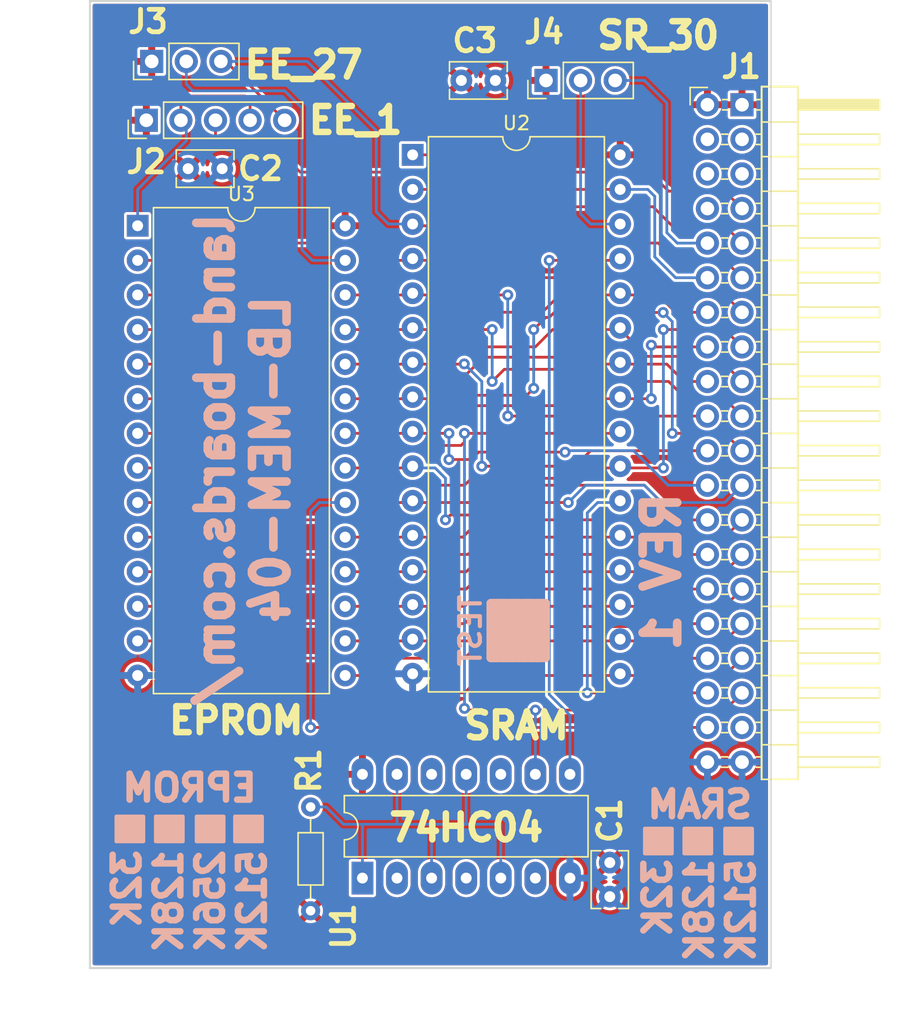
<source format=kicad_pcb>
(kicad_pcb (version 20211014) (generator pcbnew)
  (title_block (title "LB-MEM-02") (date "2022-10-06") (rev "2") (company "land-boards.com"))
  (layers (0 "F.Cu" signal) (31 "B.Cu" signal) (34 "B.Paste" user) (35 "F.Paste" user) (36 "B.SilkS" user "B.Silkscreen") (37 "F.SilkS" user "F.Silkscreen") (38 "B.Mask" user) (39 "F.Mask" user) (44 "Edge.Cuts" user))
  (net 0 "")
  (net 1 "GND")
  (net 2 "/CPUA11")
  (net 3 "/CPUA12")
  (net 4 "/CPUA13")
  (net 5 "/CPUA14")
  (net 6 "/CPUA15")
  (net 7 "/CPUD4")
  (net 8 "/CPUD3")
  (net 9 "/CPUD5")
  (net 10 "/CPUD6")
  (net 11 "/CPUA0")
  (net 12 "/CPUA1")
  (net 13 "/CPUD2")
  (net 14 "/CPUA2")
  (net 15 "/CPUD7")
  (net 16 "/CPUA3")
  (net 17 "/CPUD0")
  (net 18 "/CPUA4")
  (net 19 "/CPUD1")
  (net 20 "/CPUA5")
  (net 21 "/CPUA6")
  (net 22 "/CPUA7")
  (net 23 "/CPUA8")
  (net 24 "/CPUA9")
  (net 25 "/CPUA10")
  (net 26 "/CPUA18")
  (net 27 "/CPUA16")
  (net 28 "/CPUA17")
  (net 29 "/~{MEMRD}")
  (net 30 "/~{MEMWR}")
  (net 31 "/CPUA22")
  (net 32 "/CPUA23")
  (net 33 "/CPUA20")
  (net 34 "/CPUA21")
  (net 35 "/CPUA19")
  (net 36 "VCC")
  (net 37 "/~{IOCS}")
  (net 38 "/~{RAMCS}")
  (net 39 "/~{ROMCS}")
  (net 40 "/EE_PIN27")
  (net 41 "/EE_PIN1")
  (net 42 "Net-(R1-Pad2)")
  (net 48 "/SRAM_P30")
  (footprint "Package_DIP:DIP-32_W15.24mm" (layer "F.Cu") (at 155.702 58.293)
    (fp_text reference "U2")
    (fp_text value "AS6C4008-55PCN")
  )
  (footprint "LandBoards_Conns:PinHeader_2x20_P2.54mm_Horizontal-FLIPPED" (layer "F.Cu") (at 177.35 54.615)
    (fp_text reference "J1")
    (fp_text value "Conn_02x20_Odd_Even")
  )
  (footprint "Package_DIP:DIP-14_W7.62mm_LongPads" (layer "F.Cu") (at 152.013996 111.394011 90)
    (fp_text reference "U1")
    (fp_text value "74HC04")
  )
  (footprint "Package_DIP:DIP-28_W15.24mm" (layer "F.Cu") (at 135.506993 63.5)
    (fp_text reference "U3")
    (fp_text value "27C512")
  )
  (footprint "LandBoards_Marking:TEST_BLK-REAR" (layer "F.Cu") (at 163.449 93.218 90)
    (fp_text reference "TEST")
    (fp_text value "COUPON" hide)
  )
  (footprint "Capacitor_THT:C_Rect_L4.0mm_W2.5mm_P2.50mm" (layer "F.Cu") (at 170.18 112.75601 90)
    (fp_text reference "C1")
    (fp_text value "0.1uF")
  )
  (footprint "Capacitor_THT:C_Rect_L4.0mm_W2.5mm_P2.50mm" (layer "F.Cu") (at 141.71201 59.309 180)
    (fp_text reference "C2")
    (fp_text value "0.1uF")
  )
  (footprint "Connector_PinHeader_2.54mm:PinHeader_1x05_P2.54mm_Vertical" (layer "F.Cu") (at 136.144 55.753 90)
    (fp_text reference "J2")
    (fp_text value "JUMPER")
  )
  (footprint "Connector_PinHeader_2.54mm:PinHeader_1x03_P2.54mm_Vertical" (layer "F.Cu") (at 165.496011 52.832 90)
    (fp_text reference "J4")
    (fp_text value "JUMPER")
  )
  (footprint "Connector_PinHeader_2.54mm:PinHeader_1x03_P2.54mm_Vertical" (layer "F.Cu") (at 136.54 51.435 90)
    (fp_text reference "J3")
    (fp_text value "JUMPER")
  )
  (footprint "Resistor_THT:R_Axial_DIN0204_L3.6mm_D1.6mm_P7.62mm_Horizontal" (layer "F.Cu") (at 148.209 113.792 90)
    (fp_text reference "R1")
    (fp_text value "2.7K")
  )
  (footprint "Capacitor_THT:C_Rect_L4.0mm_W2.5mm_P2.50mm" (layer "F.Cu") (at 161.778 52.832 180)
    (fp_text reference "C3")
    (fp_text value "0.1uF")
  )
  (gr_rect (start 132 47) (end 182 118) (layer "Edge.Cuts") (width 0.15) (fill none))
  (gr_text "REV 1" (at 173.99 88.9 90) (layer "B.SilkS") (effects (font (size 2.54 2.54) (thickness 0.635)) (justify mirror)))
  (gr_text "land-boards.com/\nLB-MEM-04" (at 143.256 80.645 90) (layer "B.SilkS") (effects (font (size 2.54 2.54) (thickness 0.635)) (justify mirror)))
  (gr_text "SRAM" (at 176.784 105.9942) (layer "B.SilkS") (effects (font (size 1.905 1.905) (thickness 0.47625)) (justify mirror)))
  (gr_text "32K\n128K\n512K" (at 176.7586 109.7534 90) (layer "B.SilkS") (effects (font (size 1.905 1.905) (thickness 0.47625)) (justify left mirror)))
  (gr_text "EPROM" (at 139.319 104.775) (layer "B.SilkS") (effects (font (size 1.905 1.905) (thickness 0.47625)) (justify mirror)))
  (gr_text "32K\n128K\n256K\n512K" (at 139.319 109.093 90) (layer "B.SilkS") (effects (font (size 1.905 1.905) (thickness 0.47625)) (justify left mirror)))
  (gr_text "SR_30" (at 173.736 49.53) (layer "F.SilkS") (effects (font (size 1.905 1.905) (thickness 0.47625))))
  (gr_text "74HC04" (at 159.639 107.696) (layer "F.SilkS") (effects (font (size 1.905 1.905) (thickness 0.47625))))
  (gr_text "EPROM" (at 142.748 99.822) (layer "F.SilkS") (effects (font (size 1.905 1.905) (thickness 0.47625))))
  (gr_text "EE_1" (at 151.511 55.753) (layer "F.SilkS") (effects (font (size 1.905 1.905) (thickness 0.47625))))
  (gr_text "SRAM" (at 163.322 100.203) (layer "F.SilkS") (effects (font (size 1.905 1.905) (thickness 0.47625))))
  (gr_text "EE_27" (at 147.701 51.689) (layer "F.SilkS") (effects (font (size 1.905 1.905) (thickness 0.47625))))
  (segment (start 135.507 96.52) (end 139.832 96.52) (width 0.2032) (layer "F.Cu") (net 1))
  (segment (start 141.102 95.25) (end 152.532 95.25) (width 0.2032) (layer "F.Cu") (net 1))
  (segment (start 139.832 96.52) (end 141.102 95.25) (width 0.2032) (layer "F.Cu") (net 1))
  (segment (start 153.802 96.52) (end 155.702 96.52) (width 0.2032) (layer "F.Cu") (net 1))
  (segment (start 152.532 95.25) (end 153.802 96.52) (width 0.2032) (layer "F.Cu") (net 1))
  (segment (start 173.36 72.395) (end 173.228 72.263) (width 0.2032) (layer "F.Cu") (net 2))
  (segment (start 153.802 77.47) (end 152.532 76.2) (width 0.2032) (layer "F.Cu") (net 2))
  (segment (start 159.517 77.47) (end 153.802 77.47) (width 0.2032) (layer "F.Cu") (net 2))
  (segment (start 152.532 76.2) (end 150.747 76.2) (width 0.2032) (layer "F.Cu") (net 2))
  (segment (start 160.279 76.708) (end 159.517 77.47) (width 0.2032) (layer "F.Cu") (net 2))
  (segment (start 170.942 76.2) (end 167.513 76.2) (width 0.2032) (layer "F.Cu") (net 2))
  (segment (start 167.513 76.2) (end 167.005 76.708) (width 0.2032) (layer "F.Cu") (net 2))
  (segment (start 167.005 76.708) (end 160.279 76.708) (width 0.2032) (layer "F.Cu") (net 2))
  (segment (start 173.228 76.2) (end 170.942 76.2) (width 0.2032) (layer "F.Cu") (net 2))
  (segment (start 177.35 72.395) (end 173.36 72.395) (width 0.2032) (layer "F.Cu") (net 2))
  (via (at 173.228 72.263) (size 0.8) (drill 0.4) (layers "F.Cu" "B.Cu") (net 2))
  (via (at 173.228 76.2) (size 0.8) (drill 0.4) (layers "F.Cu" "B.Cu") (net 2))
  (segment (start 173.228 72.263) (end 173.228 76.2) (width 0.2032) (layer "B.Cu") (net 2))
  (segment (start 159.639 66.04) (end 155.702 66.04) (width 0.2032) (layer "F.Cu") (net 3))
  (segment (start 152.532 64.77) (end 153.802 66.04) (width 0.2032) (layer "F.Cu") (net 3))
  (segment (start 179.89 69.855) (end 178.615 68.58) (width 0.2032) (layer "F.Cu") (net 3))
  (segment (start 139.832 66.04) (end 141.102 64.77) (width 0.2032) (layer "F.Cu") (net 3))
  (segment (start 174.117 67.437) (end 174.117 67.31) (width 0.2032) (layer "F.Cu") (net 3))
  (segment (start 135.507 66.04) (end 139.832 66.04) (width 0.2032) (layer "F.Cu") (net 3))
  (segment (start 160.909 67.31) (end 159.639 66.04) (width 0.2032) (layer "F.Cu") (net 3))
  (segment (start 174.117 67.31) (end 160.909 67.31) (width 0.2032) (layer "F.Cu") (net 3))
  (segment (start 141.102 64.77) (end 152.532 64.77) (width 0.2032) (layer "F.Cu") (net 3))
  (segment (start 175.26 68.58) (end 174.117 67.437) (width 0.2032) (layer "F.Cu") (net 3))
  (segment (start 178.615 68.58) (end 175.26 68.58) (width 0.2032) (layer "F.Cu") (net 3))
  (segment (start 153.802 66.04) (end 155.702 66.04) (width 0.2032) (layer "F.Cu") (net 3))
  (segment (start 150.747 68.58) (end 152.532 68.58) (width 0.2032) (layer "F.Cu") (net 4))
  (segment (start 170.942 68.58) (end 173.736 68.58) (width 0.2032) (layer "F.Cu") (net 4))
  (segment (start 177.35 69.855) (end 175.011 69.855) (width 0.2032) (layer "F.Cu") (net 4))
  (segment (start 152.532 68.58) (end 153.802 69.85) (width 0.2032) (layer "F.Cu") (net 4))
  (segment (start 165.227 69.85) (end 166.497 68.58) (width 0.2032) (layer "F.Cu") (net 4))
  (segment (start 175.011 69.855) (end 173.736 68.58) (width 0.2032) (layer "F.Cu") (net 4))
  (segment (start 153.802 69.85) (end 165.227 69.85) (width 0.2032) (layer "F.Cu") (net 4))
  (segment (start 166.497 68.58) (end 170.942 68.58) (width 0.2032) (layer "F.Cu") (net 4))
  (segment (start 141.986 51.435) (end 141.62 51.435) (width 0.2032) (layer "F.Cu") (net 5))
  (segment (start 175.006 66.04) (end 173.736 64.77) (width 0.2032) (layer "F.Cu") (net 5))
  (segment (start 178.615 66.04) (end 175.006 66.04) (width 0.2032) (layer "F.Cu") (net 5))
  (segment (start 160.909 64.77) (end 159.639 63.5) (width 0.2032) (layer "F.Cu") (net 5))
  (segment (start 146.304 55.753) (end 141.986 51.435) (width 0.2032) (layer "F.Cu") (net 5))
  (segment (start 159.639 63.5) (end 155.702 63.5) (width 0.2032) (layer "F.Cu") (net 5))
  (segment (start 173.736 64.77) (end 160.909 64.77) (width 0.2032) (layer "F.Cu") (net 5))
  (segment (start 179.89 67.315) (end 178.615 66.04) (width 0.2032) (layer "F.Cu") (net 5))
  (segment (start 147.955 51.435) (end 153.035 56.515) (width 0.2032) (layer "B.Cu") (net 5))
  (segment (start 141.62 51.435) (end 147.955 51.435) (width 0.2032) (layer "B.Cu") (net 5))
  (segment (start 153.035 62.484) (end 153.924 63.373) (width 0.2032) (layer "B.Cu") (net 5))
  (segment (start 153.035 56.515) (end 153.035 62.484) (width 0.2032) (layer "B.Cu") (net 5))
  (segment (start 153.924 63.373) (end 155.702 63.373) (width 0.2032) (layer "B.Cu") (net 5))
  (segment (start 145.161 57.277) (end 141.478 57.277) (width 0.2032) (layer "F.Cu") (net 6))
  (segment (start 141.478 57.277) (end 141.224 57.023) (width 0.2032) (layer "F.Cu") (net 6))
  (segment (start 141.224 57.023) (end 141.224 55.753) (width 0.2032) (layer "F.Cu") (net 6))
  (segment (start 159.766 59.563) (end 147.447 59.563) (width 0.2032) (layer "F.Cu") (net 6))
  (segment (start 170.942 60.833) (end 161.036 60.833) (width 0.2032) (layer "F.Cu") (net 6))
  (segment (start 147.447 59.563) (end 145.161 57.277) (width 0.2032) (layer "F.Cu") (net 6))
  (segment (start 161.036 60.833) (end 159.766 59.563) (width 0.2032) (layer "F.Cu") (net 6))
  (segment (start 175.011 67.315) (end 173.482 65.786) (width 0.2032) (layer "B.Cu") (net 6))
  (segment (start 173.482 65.786) (end 173.482 61.341) (width 0.2032) (layer "B.Cu") (net 6))
  (segment (start 177.35 67.315) (end 175.011 67.315) (width 0.2032) (layer "B.Cu") (net 6))
  (segment (start 173.482 61.341) (end 172.974 60.833) (width 0.2032) (layer "B.Cu") (net 6))
  (segment (start 172.974 60.833) (end 170.942 60.833) (width 0.2032) (layer "B.Cu") (net 6))
  (segment (start 173.355 94.107) (end 173.355 93.98) (width 0.2032) (layer "F.Cu") (net 7))
  (segment (start 150.747 93.98) (end 152.532 93.98) (width 0.2032) (layer "F.Cu") (net 7))
  (segment (start 177.35 95.255) (end 174.503 95.255) (width 0.2032) (layer "F.Cu") (net 7))
  (segment (start 152.532 93.98) (end 153.802 95.25) (width 0.2032) (layer "F.Cu") (net 7))
  (segment (start 160.787 93.98) (end 170.942 93.98) (width 0.2032) (layer "F.Cu") (net 7))
  (segment (start 170.942 93.98) (end 173.355 93.98) (width 0.2032) (layer "F.Cu") (net 7))
  (segment (start 174.503 95.255) (end 173.355 94.107) (width 0.2032) (layer "F.Cu") (net 7))
  (segment (start 153.802 95.25) (end 159.517 95.25) (width 0.2032) (layer "F.Cu") (net 7))
  (segment (start 159.517 95.25) (end 160.787 93.98) (width 0.2032) (layer "F.Cu") (net 7))
  (segment (start 152.532 96.52) (end 153.802 97.79) (width 0.2032) (layer "F.Cu") (net 8))
  (segment (start 159.517 97.79) (end 160.787 96.52) (width 0.2032) (layer "F.Cu") (net 8))
  (segment (start 160.787 96.52) (end 170.942 96.52) (width 0.2032) (layer "F.Cu") (net 8))
  (segment (start 178.625 96.52) (end 179.89 95.255) (width 0.2032) (layer "F.Cu") (net 8))
  (segment (start 153.802 97.79) (end 159.517 97.79) (width 0.2032) (layer "F.Cu") (net 8))
  (segment (start 170.942 96.52) (end 178.625 96.52) (width 0.2032) (layer "F.Cu") (net 8))
  (segment (start 150.747 96.52) (end 152.532 96.52) (width 0.2032) (layer "F.Cu") (net 8))
  (segment (start 160.787 91.44) (end 170.942 91.44) (width 0.2032) (layer "F.Cu") (net 9))
  (segment (start 174.63 92.715) (end 173.355 91.44) (width 0.2032) (layer "F.Cu") (net 9))
  (segment (start 152.532 91.44) (end 153.802 92.71) (width 0.2032) (layer "F.Cu") (net 9))
  (segment (start 153.802 92.71) (end 159.517 92.71) (width 0.2032) (layer "F.Cu") (net 9))
  (segment (start 177.35 92.715) (end 174.63 92.715) (width 0.2032) (layer "F.Cu") (net 9))
  (segment (start 159.517 92.71) (end 160.787 91.44) (width 0.2032) (layer "F.Cu") (net 9))
  (segment (start 150.747 91.44) (end 152.532 91.44) (width 0.2032) (layer "F.Cu") (net 9))
  (segment (start 170.942 91.44) (end 173.355 91.44) (width 0.2032) (layer "F.Cu") (net 9))
  (segment (start 174.376 90.175) (end 173.101 88.9) (width 0.2032) (layer "F.Cu") (net 10))
  (segment (start 160.909 88.9) (end 159.639 90.17) (width 0.2032) (layer "F.Cu") (net 10))
  (segment (start 170.942 88.9) (end 173.101 88.9) (width 0.2032) (layer "F.Cu") (net 10))
  (segment (start 170.942 88.9) (end 160.909 88.9) (width 0.2032) (layer "F.Cu") (net 10))
  (segment (start 177.35 90.175) (end 174.376 90.175) (width 0.2032) (layer "F.Cu") (net 10))
  (segment (start 152.527 88.9) (end 153.797 90.17) (width 0.2032) (layer "F.Cu") (net 10))
  (segment (start 150.747 88.9) (end 152.527 88.9) (width 0.2032) (layer "F.Cu") (net 10))
  (segment (start 153.797 90.17) (end 159.639 90.17) (width 0.2032) (layer "F.Cu") (net 10))
  (segment (start 173.355 85.09) (end 160.655 85.09) (width 0.2032) (layer "F.Cu") (net 11))
  (segment (start 153.802 86.36) (end 155.702 86.36) (width 0.2032) (layer "F.Cu") (net 11))
  (segment (start 152.532 85.09) (end 153.802 86.36) (width 0.2032) (layer "F.Cu") (net 11))
  (segment (start 178.625 86.36) (end 174.625 86.36) (width 0.2032) (layer "F.Cu") (net 11))
  (segment (start 174.625 86.36) (end 173.355 85.09) (width 0.2032) (layer "F.Cu") (net 11))
  (segment (start 141.102 85.09) (end 152.532 85.09) (width 0.2032) (layer "F.Cu") (net 11))
  (segment (start 159.385 86.36) (end 155.702 86.36) (width 0.2032) (layer "F.Cu") (net 11))
  (segment (start 179.89 85.095) (end 178.625 86.36) (width 0.2032) (layer "F.Cu") (net 11))
  (segment (start 135.507 86.36) (end 139.832 86.36) (width 0.2032) (layer "F.Cu") (net 11))
  (segment (start 160.655 85.09) (end 159.385 86.36) (width 0.2032) (layer "F.Cu") (net 11))
  (segment (start 139.832 86.36) (end 141.102 85.09) (width 0.2032) (layer "F.Cu") (net 11))
  (segment (start 177.35 85.095) (end 175.265 85.095) (width 0.2032) (layer "F.Cu") (net 12))
  (segment (start 175.265 85.095) (end 172.72 82.55) (width 0.2032) (layer "F.Cu") (net 12))
  (segment (start 155.702 83.82) (end 160.02 83.82) (width 0.2032) (layer "F.Cu") (net 12))
  (segment (start 141.102 82.55) (end 152.532 82.55) (width 0.2032) (layer "F.Cu") (net 12))
  (segment (start 139.832 83.82) (end 141.102 82.55) (width 0.2032) (layer "F.Cu") (net 12))
  (segment (start 153.802 83.82) (end 155.702 83.82) (width 0.2032) (layer "F.Cu") (net 12))
  (segment (start 161.29 82.55) (end 172.72 82.55) (width 0.2032) (layer "F.Cu") (net 12))
  (segment (start 160.02 83.82) (end 161.29 82.55) (width 0.2032) (layer "F.Cu") (net 12))
  (segment (start 152.532 82.55) (end 153.802 83.82) (width 0.2032) (layer "F.Cu") (net 12))
  (segment (start 135.507 83.82) (end 139.832 83.82) (width 0.2032) (layer "F.Cu") (net 12))
  (segment (start 155.702 93.98) (end 160.284784 93.98) (width 0.2032) (layer "F.Cu") (net 13))
  (segment (start 174.446022 93.98) (end 173.392511 92.926489) (width 0.2032) (layer "F.Cu") (net 13))
  (segment (start 161.338295 92.926489) (end 173.392511 92.926489) (width 0.2032) (layer "F.Cu") (net 13))
  (segment (start 152.532 92.71) (end 153.802 93.98) (width 0.2032) (layer "F.Cu") (net 13))
  (segment (start 141.102 92.71) (end 152.532 92.71) (width 0.2032) (layer "F.Cu") (net 13))
  (segment (start 178.625 93.98) (end 174.446022 93.98) (width 0.2032) (layer "F.Cu") (net 13))
  (segment (start 153.802 93.98) (end 155.702 93.98) (width 0.2032) (layer "F.Cu") (net 13))
  (segment (start 160.284784 93.98) (end 161.338295 92.926489) (width 0.2032) (layer "F.Cu") (net 13))
  (segment (start 139.832 93.98) (end 141.102 92.71) (width 0.2032) (layer "F.Cu") (net 13))
  (segment (start 178.625 93.98) (end 179.89 92.715) (width 0.2032) (layer "F.Cu") (net 13))
  (segment (start 135.507 93.98) (end 139.832 93.98) (width 0.2032) (layer "F.Cu") (net 13))
  (segment (start 141.102 80.01) (end 152.532 80.01) (width 0.2032) (layer "F.Cu") (net 14))
  (segment (start 135.507 81.28) (end 139.832 81.28) (width 0.2032) (layer "F.Cu") (net 14))
  (segment (start 152.532 80.01) (end 153.802 81.28) (width 0.2032) (layer "F.Cu") (net 14))
  (segment (start 153.802 81.28) (end 155.702 81.28) (width 0.2032) (layer "F.Cu") (net 14))
  (segment (start 160.909 83.82) (end 167.132 83.82) (width 0.2032) (layer "F.Cu") (net 14))
  (segment (start 160.909 83.82) (end 159.99412 84.73488) (width 0.2032) (layer "F.Cu") (net 14))
  (segment (start 158.47012 84.73488) (end 159.99412 84.73488) (width 0.2032) (layer "F.Cu") (net 14))
  (segment (start 158.115 85.09) (end 158.47012 84.73488) (width 0.2032) (layer "F.Cu") (net 14))
  (segment (start 139.832 81.28) (end 141.102 80.01) (width 0.2032) (layer "F.Cu") (net 14))
  (via (at 158.115 85.09) (size 0.8) (drill 0.4) (layers "F.Cu" "B.Cu") (net 14))
  (via (at 167.132 83.82) (size 0.8) (drill 0.4) (layers "F.Cu" "B.Cu") (net 14))
  (segment (start 168.402 82.55) (end 172.72 82.55) (width 0.2032) (layer "B.Cu") (net 14))
  (segment (start 172.72 82.55) (end 173.99 83.82) (width 0.2032) (layer "B.Cu") (net 14))
  (segment (start 155.702 81.28) (end 157.353 81.28) (width 0.2032) (layer "B.Cu") (net 14))
  (segment (start 173.99 83.82) (end 178.625 83.82) (width 0.2032) (layer "B.Cu") (net 14))
  (segment (start 178.625 83.82) (end 179.89 82.555) (width 0.2032) (layer "B.Cu") (net 14))
  (segment (start 167.132 83.82) (end 168.402 82.55) (width 0.2032) (layer "B.Cu") (net 14))
  (segment (start 158.115 82.042) (end 158.115 85.09) (width 0.2032) (layer "B.Cu") (net 14))
  (segment (start 157.353 81.28) (end 158.115 82.042) (width 0.2032) (layer "B.Cu") (net 14))
  (segment (start 150.747 86.36) (end 152.532 86.36) (width 0.2032) (layer "F.Cu") (net 15))
  (segment (start 174.249 87.635) (end 172.974 86.36) (width 0.2032) (layer "F.Cu") (net 15))
  (segment (start 152.532 86.36) (end 153.802 87.63) (width 0.2032) (layer "F.Cu") (net 15))
  (segment (start 161.036 86.36) (end 159.766 87.63) (width 0.2032) (layer "F.Cu") (net 15))
  (segment (start 153.802 87.63) (end 159.766 87.63) (width 0.2032) (layer "F.Cu") (net 15))
  (segment (start 170.942 86.36) (end 172.974 86.36) (width 0.2032) (layer "F.Cu") (net 15))
  (segment (start 170.942 86.36) (end 161.036 86.36) (width 0.2032) (layer "F.Cu") (net 15))
  (segment (start 177.35 87.635) (end 174.249 87.635) (width 0.2032) (layer "F.Cu") (net 15))
  (segment (start 139.832 78.74) (end 141.102 77.47) (width 0.2032) (layer "F.Cu") (net 16))
  (segment (start 153.802 78.74) (end 155.702 78.74) (width 0.2032) (layer "F.Cu") (net 16))
  (segment (start 160.0015 80.6635) (end 158.369 80.6635) (width 0.2032) (layer "F.Cu") (net 16))
  (segment (start 135.507 78.74) (end 139.832 78.74) (width 0.2032) (layer "F.Cu") (net 16))
  (segment (start 141.102 77.47) (end 152.532 77.47) (width 0.2032) (layer "F.Cu") (net 16))
  (segment (start 166.8965 80.1185) (end 160.5465 80.1185) (width 0.2032) (layer "F.Cu") (net 16))
  (segment (start 155.702 78.74) (end 158.369 78.74) (width 0.2032) (layer "F.Cu") (net 16))
  (segment (start 160.5465 80.1185) (end 160.0015 80.6635) (width 0.2032) (layer "F.Cu") (net 16))
  (segment (start 152.532 77.47) (end 153.802 78.74) (width 0.2032) (layer "F.Cu") (net 16))
  (via (at 158.369 80.6635) (size 0.8) (drill 0.4) (layers "F.Cu" "B.Cu") (net 16))
  (via (at 166.8965 80.1185) (size 0.8) (drill 0.4) (layers "F.Cu" "B.Cu") (net 16))
  (via (at 158.369 78.74) (size 0.8) (drill 0.4) (layers "F.Cu" "B.Cu") (net 16))
  (segment (start 167.005 80.01) (end 166.8965 80.1185) (width 0.2032) (layer "B.Cu") (net 16))
  (segment (start 174.467795 82.555) (end 171.922795 80.01) (width 0.2032) (layer "B.Cu") (net 16))
  (segment (start 177.35 82.555) (end 174.467795 82.555) (width 0.2032) (layer "B.Cu") (net 16))
  (segment (start 167.005 80.01) (end 171.922795 80.01) (width 0.2032) (layer "B.Cu") (net 16))
  (segment (start 158.369 78.74) (end 158.369 80.6635) (width 0.2032) (layer "B.Cu") (net 16))
  (segment (start 160.909 87.63) (end 173.101 87.63) (width 0.2032) (layer "F.Cu") (net 17))
  (segment (start 152.532 87.63) (end 153.802 88.9) (width 0.2032) (layer "F.Cu") (net 17))
  (segment (start 139.832 88.9) (end 141.102 87.63) (width 0.2032) (layer "F.Cu") (net 17))
  (segment (start 153.802 88.9) (end 155.702 88.9) (width 0.2032) (layer "F.Cu") (net 17))
  (segment (start 174.371 88.9) (end 178.625 88.9) (width 0.2032) (layer "F.Cu") (net 17))
  (segment (start 173.101 87.63) (end 174.371 88.9) (width 0.2032) (layer "F.Cu") (net 17))
  (segment (start 135.507 88.9) (end 139.832 88.9) (width 0.2032) (layer "F.Cu") (net 17))
  (segment (start 141.102 87.63) (end 152.532 87.63) (width 0.2032) (layer "F.Cu") (net 17))
  (segment (start 159.639 88.9) (end 160.909 87.63) (width 0.2032) (layer "F.Cu") (net 17))
  (segment (start 155.702 88.9) (end 159.639 88.9) (width 0.2032) (layer "F.Cu") (net 17))
  (segment (start 178.625 88.9) (end 179.89 87.635) (width 0.2032) (layer "F.Cu") (net 17))
  (segment (start 139.832 76.2) (end 141.102 74.93) (width 0.2032) (layer "F.Cu") (net 18))
  (segment (start 159.766 75.946) (end 164.084 75.946) (width 0.2032) (layer "F.Cu") (net 18))
  (segment (start 153.802 76.2) (end 155.702 76.2) (width 0.2032) (layer "F.Cu") (net 18))
  (segment (start 166.098405 69.867595) (end 174.099405 69.867595) (width 0.2032) (layer "F.Cu") (net 18))
  (segment (start 155.702 76.2) (end 159.512 76.2) (width 0.2032) (layer "F.Cu") (net 18))
  (segment (start 165.735 70.231) (end 165.481 70.231) (width 0.2032) (layer "F.Cu") (net 18))
  (segment (start 174.7705 78.74) (end 178.615 78.74) (width 0.2032) (layer "F.Cu") (net 18))
  (segment (start 179.89 80.015) (end 178.615 78.74) (width 0.2032) (layer "F.Cu") (net 18))
  (segment (start 141.102 74.93) (end 152.532 74.93) (width 0.2032) (layer "F.Cu") (net 18))
  (segment (start 135.507 76.2) (end 139.832 76.2) (width 0.2032) (layer "F.Cu") (net 18))
  (segment (start 159.512 76.2) (end 159.766 75.946) (width 0.2032) (layer "F.Cu") (net 18))
  (segment (start 164.084 75.946) (end 164.592 75.438) (width 0.2032) (layer "F.Cu") (net 18))
  (segment (start 152.532 74.93) (end 153.802 76.2) (width 0.2032) (layer "F.Cu") (net 18))
  (segment (start 166.098405 69.867595) (end 165.735 70.231) (width 0.2032) (layer "F.Cu") (net 18))
  (segment (start 165.481 70.231) (end 164.592 71.12) (width 0.2032) (layer "F.Cu") (net 18))
  (via (at 174.099405 69.867595) (size 0.8) (drill 0.4) (layers "F.Cu" "B.Cu") (net 18))
  (via (at 174.7705 78.74) (size 0.8) (drill 0.4) (layers "F.Cu" "B.Cu") (net 18))
  (via (at 164.592 75.438) (size 0.8) (drill 0.4) (layers "F.Cu" "B.Cu") (net 18))
  (via (at 164.592 71.12) (size 0.8) (drill 0.4) (layers "F.Cu" "B.Cu") (net 18))
  (segment (start 164.592 71.12) (end 164.592 75.438) (width 0.2032) (layer "B.Cu") (net 18))
  (segment (start 174.7705 70.53869) (end 174.099405 69.867595) (width 0.2032) (layer "B.Cu") (net 18))
  (segment (start 174.7705 78.74) (end 174.7705 70.53869) (width 0.2032) (layer "B.Cu") (net 18))
  (segment (start 178.625 91.44) (end 179.89 90.175) (width 0.2032) (layer "F.Cu") (net 19))
  (segment (start 153.802 91.44) (end 155.702 91.44) (width 0.2032) (layer "F.Cu") (net 19))
  (segment (start 139.832 91.44) (end 141.102 90.17) (width 0.2032) (layer "F.Cu") (net 19))
  (segment (start 174.752 91.44) (end 178.625 91.44) (width 0.2032) (layer "F.Cu") (net 19))
  (segment (start 159.512 91.44) (end 160.782 90.17) (width 0.2032) (layer "F.Cu") (net 19))
  (segment (start 152.532 90.17) (end 153.802 91.44) (width 0.2032) (layer "F.Cu") (net 19))
  (segment (start 160.782 90.17) (end 173.482 90.17) (width 0.2032) (layer "F.Cu") (net 19))
  (segment (start 155.702 91.44) (end 159.512 91.44) (width 0.2032) (layer "F.Cu") (net 19))
  (segment (start 135.507 91.44) (end 139.832 91.44) (width 0.2032) (layer "F.Cu") (net 19))
  (segment (start 173.482 90.17) (end 174.752 91.44) (width 0.2032) (layer "F.Cu") (net 19))
  (segment (start 141.102 90.17) (end 152.532 90.17) (width 0.2032) (layer "F.Cu") (net 19))
  (segment (start 139.832 73.66) (end 141.102 72.39) (width 0.2032) (layer "F.Cu") (net 20))
  (segment (start 153.802 73.66) (end 155.702 73.66) (width 0.2032) (layer "F.Cu") (net 20))
  (segment (start 168.778 80.015) (end 167.64 81.153) (width 0.2032) (layer "F.Cu") (net 20))
  (segment (start 152.532 72.39) (end 153.802 73.66) (width 0.2032) (layer "F.Cu") (net 20))
  (segment (start 177.35 80.015) (end 168.778 80.015) (width 0.2032) (layer "F.Cu") (net 20))
  (segment (start 135.507 73.66) (end 139.832 73.66) (width 0.2032) (layer "F.Cu") (net 20))
  (segment (start 159.494405 73.642405) (end 159.47681 73.66) (width 0.2032) (layer "F.Cu") (net 20))
  (segment (start 141.102 72.39) (end 152.532 72.39) (width 0.2032) (layer "F.Cu") (net 20))
  (segment (start 160.782 81.153) (end 167.64 81.153) (width 0.2032) (layer "F.Cu") (net 20))
  (segment (start 159.47681 73.66) (end 155.702 73.66) (width 0.2032) (layer "F.Cu") (net 20))
  (via (at 159.494405 73.642405) (size 0.8) (drill 0.4) (layers "F.Cu" "B.Cu") (net 20))
  (via (at 160.782 81.153) (size 0.8) (drill 0.4) (layers "F.Cu" "B.Cu") (net 20))
  (segment (start 160.782 81.153) (end 160.782 74.93) (width 0.2032) (layer "B.Cu") (net 20))
  (segment (start 160.782 74.93) (end 159.494405 73.642405) (width 0.2032) (layer "B.Cu") (net 20))
  (segment (start 178.615 76.2) (end 179.89 77.475) (width 0.2032) (layer "F.Cu") (net 21))
  (segment (start 167.767 74.93) (end 174.498 74.93) (width 0.2032) (layer "F.Cu") (net 21))
  (segment (start 162.433 74.041) (end 166.878 74.041) (width 0.2032) (layer "F.Cu") (net 21))
  (segment (start 174.498 74.93) (end 175.768 76.2) (width 0.2032) (layer "F.Cu") (net 21))
  (segment (start 141.102 69.85) (end 152.532 69.85) (width 0.2032) (layer "F.Cu") (net 21))
  (segment (start 135.507 71.12) (end 139.832 71.12) (width 0.2032) (layer "F.Cu") (net 21))
  (segment (start 153.802 71.12) (end 161.544 71.12) (width 0.2032) (layer "F.Cu") (net 21))
  (segment (start 161.544 74.93) (end 162.433 74.041) (width 0.2032) (layer "F.Cu") (net 21))
  (segment (start 152.532 69.85) (end 153.802 71.12) (width 0.2032) (layer "F.Cu") (net 21))
  (segment (start 139.832 71.12) (end 141.102 69.85) (width 0.2032) (layer "F.Cu") (net 21))
  (segment (start 175.768 76.2) (end 178.615 76.2) (width 0.2032) (layer "F.Cu") (net 21))
  (segment (start 166.878 74.041) (end 167.767 74.93) (width 0.2032) (layer "F.Cu") (net 21))
  (via (at 161.544 71.12) (size 0.8) (drill 0.4) (layers "F.Cu" "B.Cu") (net 21))
  (via (at 161.544 74.93) (size 0.8) (drill 0.4) (layers "F.Cu" "B.Cu") (net 21))
  (segment (start 161.544 74.93) (end 161.544 71.12) (width 0.2032) (layer "B.Cu") (net 21))
  (segment (start 162.692 77.475) (end 162.687 77.47) (width 0.2032) (layer "F.Cu") (net 22))
  (segment (start 139.832 68.58) (end 141.102 67.31) (width 0.2032) (layer "F.Cu") (net 22))
  (segment (start 155.702 68.58) (end 162.687 68.58) (width 0.2032) (layer "F.Cu") (net 22))
  (segment (start 153.802 68.58) (end 155.702 68.58) (width 0.2032) (layer "F.Cu") (net 22))
  (segment (start 141.102 67.31) (end 152.532 67.31) (width 0.2032) (layer "F.Cu") (net 22))
  (segment (start 135.507 68.58) (end 139.832 68.58) (width 0.2032) (layer "F.Cu") (net 22))
  (segment (start 152.532 67.31) (end 153.802 68.58) (width 0.2032) (layer "F.Cu") (net 22))
  (segment (start 177.35 77.475) (end 162.692 77.475) (width 0.2032) (layer "F.Cu") (net 22))
  (via (at 162.687 77.47) (size 0.8) (drill 0.4) (layers "F.Cu" "B.Cu") (net 22))
  (via (at 162.687 68.58) (size 0.8) (drill 0.4) (layers "F.Cu" "B.Cu") (net 22))
  (segment (start 162.687 68.58) (end 162.687 77.47) (width 0.2032) (layer "B.Cu") (net 22))
  (segment (start 175.5775 73.0885) (end 176.149 73.66) (width 0.2032) (layer "F.Cu") (net 23))
  (segment (start 150.747 71.12) (end 152.532 71.12) (width 0.2032) (layer "F.Cu") (net 23))
  (segment (start 165.989 71.12) (end 170.942 71.12) (width 0.2032) (layer "F.Cu") (net 23))
  (segment (start 172.9105 73.0885) (end 175.5775 73.0885) (width 0.2032) (layer "F.Cu") (net 23))
  (segment (start 164.719 72.39) (end 165.989 71.12) (width 0.2032) (layer "F.Cu") (net 23))
  (segment (start 178.615 73.66) (end 179.89 74.935) (width 0.2032) (layer "F.Cu") (net 23))
  (segment (start 153.802 72.39) (end 164.719 72.39) (width 0.2032) (layer "F.Cu") (net 23))
  (segment (start 170.942 71.12) (end 172.9105 73.0885) (width 0.2032) (layer "F.Cu") (net 23))
  (segment (start 152.532 71.12) (end 153.802 72.39) (width 0.2032) (layer "F.Cu") (net 23))
  (segment (start 176.149 73.66) (end 178.615 73.66) (width 0.2032) (layer "F.Cu") (net 23))
  (segment (start 160.909 73.152) (end 168.148 73.152) (width 0.2032) (layer "F.Cu") (net 24))
  (segment (start 170.942 73.66) (end 174.371 73.66) (width 0.2032) (layer "F.Cu") (net 24))
  (segment (start 159.131 74.93) (end 160.909 73.152) (width 0.2032) (layer "F.Cu") (net 24))
  (segment (start 153.802 74.93) (end 159.131 74.93) (width 0.2032) (layer "F.Cu") (net 24))
  (segment (start 168.656 73.66) (end 170.942 73.66) (width 0.2032) (layer "F.Cu") (net 24))
  (segment (start 150.747 73.66) (end 152.532 73.66) (width 0.2032) (layer "F.Cu") (net 24))
  (segment (start 152.532 73.66) (end 153.802 74.93) (width 0.2032) (layer "F.Cu") (net 24))
  (segment (start 174.371 73.66) (end 175.646 74.935) (width 0.2032) (layer "F.Cu") (net 24))
  (segment (start 168.148 73.152) (end 168.656 73.66) (width 0.2032) (layer "F.Cu") (net 24))
  (segment (start 175.646 74.935) (end 177.35 74.935) (width 0.2032) (layer "F.Cu") (net 24))
  (segment (start 169.291 81.28) (end 168.529 82.042) (width 0.2032) (layer "F.Cu") (net 25))
  (segment (start 159.512 82.55) (end 153.797 82.55) (width 0.2032) (layer "F.Cu") (net 25))
  (segment (start 174.117 81.28) (end 170.942 81.28) (width 0.2032) (layer "F.Cu") (net 25))
  (segment (start 152.527 81.28) (end 150.747 81.28) (width 0.2032) (layer "F.Cu") (net 25))
  (segment (start 160.02 82.042) (end 159.512 82.55) (width 0.2032) (layer "F.Cu") (net 25))
  (segment (start 179.89 72.395) (end 178.615 71.12) (width 0.2032) (layer "F.Cu") (net 25))
  (segment (start 178.615 71.12) (end 174.117 71.12) (width 0.2032) (layer "F.Cu") (net 25))
  (segment (start 168.529 82.042) (end 160.02 82.042) (width 0.2032) (layer "F.Cu") (net 25))
  (segment (start 170.942 81.28) (end 169.291 81.28) (width 0.2032) (layer "F.Cu") (net 25))
  (segment (start 153.797 82.55) (end 152.527 81.28) (width 0.2032) (layer "F.Cu") (net 25))
  (via (at 174.117 71.12) (size 0.8) (drill 0.4) (layers "F.Cu" "B.Cu") (net 25))
  (via (at 174.117 81.28) (size 0.8) (drill 0.4) (layers "F.Cu" "B.Cu") (net 25))
  (segment (start 174.117 71.12) (end 174.117 81.28) (width 0.2032) (layer "B.Cu") (net 25))
  (segment (start 160.909 59.563) (end 159.639 58.293) (width 0.2032) (layer "F.Cu") (net 26))
  (segment (start 174.498 60.96) (end 173.101 59.563) (width 0.2032) (layer "F.Cu") (net 26))
  (segment (start 178.615 60.96) (end 174.498 60.96) (width 0.2032) (layer "F.Cu") (net 26))
  (segment (start 173.101 59.563) (end 160.909 59.563) (width 0.2032) (layer "F.Cu") (net 26))
  (segment (start 159.639 58.293) (end 155.702 58.293) (width 0.2032) (layer "F.Cu") (net 26))
  (segment (start 179.89 62.235) (end 178.615 60.96) (width 0.2032) (layer "F.Cu") (net 26))
  (segment (start 161.036 62.103) (end 159.766 60.833) (width 0.2032) (layer "F.Cu") (net 27))
  (segment (start 178.615 63.5) (end 174.752 63.5) (width 0.2032) (layer "F.Cu") (net 27))
  (segment (start 159.766 60.833) (end 155.702 60.833) (width 0.2032) (layer "F.Cu") (net 27))
  (segment (start 179.89 64.775) (end 178.615 63.5) (width 0.2032) (layer "F.Cu") (net 27))
  (segment (start 174.752 63.5) (end 173.355 62.103) (width 0.2032) (layer "F.Cu") (net 27))
  (segment (start 173.355 62.103) (end 161.036 62.103) (width 0.2032) (layer "F.Cu") (net 27))
  (segment (start 177.35 64.775) (end 175.138 64.775) (width 0.2032) (layer "B.Cu") (net 28))
  (segment (start 174.371 64.008) (end 174.371 54.483) (width 0.2032) (layer "B.Cu") (net 28))
  (segment (start 175.138 64.775) (end 174.371 64.008) (width 0.2032) (layer "B.Cu") (net 28))
  (segment (start 174.371 54.483) (end 172.72 52.832) (width 0.2032) (layer "B.Cu") (net 28))
  (segment (start 172.72 52.832) (end 170.576 52.832) (width 0.2032) (layer "B.Cu") (net 28))
  (segment (start 159.508425 79.378575) (end 159.508425 78.74) (width 0.2032) (layer "F.Cu") (net 29))
  (segment (start 159.63185 99.06) (end 159.508425 98.936575) (width 0.2032) (layer "F.Cu") (net 29))
  (segment (start 152.532 78.74) (end 153.802 80.01) (width 0.2032) (layer "F.Cu") (net 29))
  (segment (start 150.747 78.74) (end 152.532 78.74) (width 0.2032) (layer "F.Cu") (net 29))
  (segment (start 164.719 99.06) (end 178.625 99.06) (width 0.2032) (layer "F.Cu") (net 29))
  (segment (start 157.099 80.01) (end 157.48 79.629) (width 0.2032) (layer "F.Cu") (net 29))
  (segment (start 159.258 79.629) (end 159.508425 79.378575) (width 0.2032) (layer "F.Cu") (net 29))
  (segment (start 157.48 79.629) (end 159.258 79.629) (width 0.2032) (layer "F.Cu") (net 29))
  (segment (start 164.719 99.06) (end 159.63185 99.06) (width 0.2032) (layer "F.Cu") (net 29))
  (segment (start 153.802 80.01) (end 157.099 80.01) (width 0.2032) (layer "F.Cu") (net 29))
  (segment (start 179.89 97.795) (end 178.625 99.06) (width 0.2032) (layer "F.Cu") (net 29))
  (segment (start 170.942 78.74) (end 159.508425 78.74) (width 0.2032) (layer "F.Cu") (net 29))
  (via (at 159.508425 78.74) (size 0.8) (drill 0.4) (layers "F.Cu" "B.Cu") (net 29))
  (via (at 164.719 99.06) (size 0.8) (drill 0.4) (layers "F.Cu" "B.Cu") (net 29))
  (via (at 159.508425 98.936575) (size 0.8) (drill 0.4) (layers "F.Cu" "B.Cu") (net 29))
  (segment (start 164.714 99.065) (end 164.719 99.06) (width 0.2032) (layer "B.Cu") (net 29))
  (segment (start 159.508425 98.936575) (end 159.508425 78.74) (width 0.2032) (layer "B.Cu") (net 29))
  (segment (start 164.714 103.774) (end 164.714 99.065) (width 0.2032) (layer "B.Cu") (net 29))
  (segment (start 165.735 66.04) (end 170.942 66.04) (width 0.2032) (layer "F.Cu") (net 30))
  (via (at 165.735 66.04) (size 0.8) (drill 0.4) (layers "F.Cu" "B.Cu") (net 30))
  (segment (start 165.735 97.917) (end 167.254 99.436) (width 0.2032) (layer "B.Cu") (net 30))
  (segment (start 167.254 99.436) (end 167.254 103.774) (width 0.2032) (layer "B.Cu") (net 30))
  (segment (start 165.735 66.04) (end 165.735 97.917) (width 0.2032) (layer "B.Cu") (net 30))
  (segment (start 168.534 97.795) (end 168.529 97.79) (width 0.2032) (layer "F.Cu") (net 38))
  (segment (start 177.35 97.795) (end 168.534 97.795) (width 0.2032) (layer "F.Cu") (net 38))
  (via (at 168.529 97.79) (size 0.8) (drill 0.4) (layers "F.Cu" "B.Cu") (net 38))
  (segment (start 168.529 97.79) (end 168.529 84.582) (width 0.2032) (layer "B.Cu") (net 38))
  (segment (start 168.529 84.582) (end 169.291 83.82) (width 0.2032) (layer "B.Cu") (net 38))
  (segment (start 169.291 83.82) (end 170.942 83.82) (width 0.2032) (layer "B.Cu") (net 38))
  (segment (start 177.35 100.335) (end 148.214 100.335) (width 0.2032) (layer "F.Cu") (net 39))
  (segment (start 148.214 100.335) (end 148.209 100.33) (width 0.2032) (layer "F.Cu") (net 39))
  (via (at 148.209 100.33) (size 0.8) (drill 0.4) (layers "F.Cu" "B.Cu") (net 39))
  (segment (start 148.209 100.33) (end 148.209 84.455) (width 0.2032) (layer "B.Cu") (net 39))
  (segment (start 148.209 84.455) (end 148.844 83.82) (width 0.2032) (layer "B.Cu") (net 39))
  (segment (start 148.844 83.82) (end 150.747 83.82) (width 0.2032) (layer "B.Cu") (net 39))
  (segment (start 147.574 65.278) (end 148.336 66.04) (width 0.2032) (layer "B.Cu") (net 40))
  (segment (start 139.573 53.594) (end 146.304 53.594) (width 0.2032) (layer "B.Cu") (net 40))
  (segment (start 139.08 51.435) (end 139.08 53.101) (width 0.2032) (layer "B.Cu") (net 40))
  (segment (start 147.574 54.864) (end 147.574 65.278) (width 0.2032) (layer "B.Cu") (net 40))
  (segment (start 139.08 53.101) (end 139.573 53.594) (width 0.2032) (layer "B.Cu") (net 40))
  (segment (start 148.336 66.04) (end 150.746993 66.04) (width 0.2032) (layer "B.Cu") (net 40))
  (segment (start 146.304 53.594) (end 147.574 54.864) (width 0.2032) (layer "B.Cu") (net 40))
  (segment (start 138.684 55.753) (end 138.684 54.483) (width 0.2032) (layer "F.Cu") (net 41))
  (segment (start 143.764 54.356) (end 143.764 55.753) (width 0.2032) (layer "F.Cu") (net 41))
  (segment (start 143.383 53.975) (end 143.764 54.356) (width 0.2032) (layer "F.Cu") (net 41))
  (segment (start 138.684 54.483) (end 139.192 53.975) (width 0.2032) (layer "F.Cu") (net 41))
  (segment (start 139.192 53.975) (end 143.383 53.975) (width 0.2032) (layer "F.Cu") (net 41))
  (segment (start 139.08 57.262) (end 139.08 55.753) (width 0.2032) (layer "B.Cu") (net 41))
  (segment (start 135.507 60.835) (end 139.08 57.262) (width 0.2032) (layer "B.Cu") (net 41))
  (segment (start 135.507 63.5) (end 135.507 60.835) (width 0.2032) (layer "B.Cu") (net 41))
  (segment (start 156.972 107.442) (end 159.512 107.442) (width 0.2032) (layer "B.Cu") (net 42))
  (segment (start 154.559 107.442) (end 156.972 107.442) (width 0.2032) (layer "B.Cu") (net 42))
  (segment (start 152.014 111.394) (end 152.014 107.447) (width 0.2032) (layer "B.Cu") (net 42))
  (segment (start 152.014 107.447) (end 152.019 107.442) (width 0.2032) (layer "B.Cu") (net 42))
  (segment (start 159.512 107.442) (end 162.179 107.442) (width 0.2032) (layer "B.Cu") (net 42))
  (segment (start 148.209 106.172) (end 149.352 106.172) (width 0.2032) (layer "B.Cu") (net 42))
  (segment (start 159.634 103.774) (end 159.634 107.32) (width 0.2032) (layer "B.Cu") (net 42))
  (segment (start 150.622 107.442) (end 152.019 107.442) (width 0.2032) (layer "B.Cu") (net 42))
  (segment (start 159.634 107.32) (end 159.512 107.442) (width 0.2032) (layer "B.Cu") (net 42))
  (segment (start 149.352 106.172) (end 150.622 107.442) (width 0.2032) (layer "B.Cu") (net 42))
  (segment (start 162.179 107.442) (end 162.174 107.447) (width 0.2032) (layer "B.Cu") (net 42))
  (segment (start 162.174 107.447) (end 162.174 111.394) (width 0.2032) (layer "B.Cu") (net 42))
  (segment (start 157.094 107.564) (end 156.972 107.442) (width 0.2032) (layer "B.Cu") (net 42))
  (segment (start 152.019 107.442) (end 154.559 107.442) (width 0.2032) (layer "B.Cu") (net 42))
  (segment (start 154.554 107.437) (end 154.559 107.442) (width 0.2032) (layer "B.Cu") (net 42))
  (segment (start 157.094 111.394) (end 157.094 107.564) (width 0.2032) (layer "B.Cu") (net 42))
  (segment (start 154.554 103.774) (end 154.554 107.437) (width 0.2032) (layer "B.Cu") (net 42))
  (segment (start 170.942 63.373) (end 168.783 63.373) (width 0.2032) (layer "B.Cu") (net 48))
  (segment (start 168.036 62.626) (end 168.036 52.832) (width 0.2032) (layer "B.Cu") (net 48))
  (segment (start 168.783 63.373) (end 168.036 62.626) (width 0.2032) (layer "B.Cu") (net 48))
  (zone (net 36) (net_name "VCC") (layer "F.Cu") (connect_pads (clearance 0.2032)) (min_thickness 0.254) (fill yes (thermal_gap 0.508) (thermal_bridge_width 0.508))
    (polygon (pts (xy 182.245 118.11) (xy 132.08 118.11) (xy 132.08 46.99) (xy 182.245 46.99)))
  )
  (zone (net 1) (net_name "GND") (layer "B.Cu") (connect_pads (clearance 0.2032)) (min_thickness 0.254) (fill yes (thermal_gap 0.508) (thermal_bridge_width 0.508))
    (polygon (pts (xy 182.245 118.11) (xy 132.08 118.11) (xy 132.08 46.99) (xy 182.245 46.99)))
  )
  (zone (net 0) (net_name "") (layer "B.SilkS") (connect_pads (clearance 0.2032)) (min_thickness 0.254) (fill yes (thermal_gap 0.508) (thermal_bridge_width 0.508))
    (polygon (pts (xy 180.7718 107.6198) (xy 180.7718 109.728) (xy 178.5112 109.728) (xy 178.5112 107.6198)))
  )
  (zone (net 0) (net_name "") (layer "B.SilkS") (connect_pads (clearance 0.2032)) (min_thickness 0.254) (fill yes (thermal_gap 0.508) (thermal_bridge_width 0.508))
    (polygon (pts (xy 136.0678 106.7308) (xy 136.0678 108.839) (xy 133.8072 108.839) (xy 133.8072 106.7308)))
  )
  (zone (net 0) (net_name "") (layer "B.SilkS") (connect_pads (clearance 0.2032)) (min_thickness 0.254) (fill yes (thermal_gap 0.508) (thermal_bridge_width 0.508))
    (polygon (pts (xy 177.7746 107.6198) (xy 177.7746 109.728) (xy 175.514 109.728) (xy 175.514 107.6198)))
  )
  (zone (net 0) (net_name "") (layer "B.SilkS") (connect_pads (clearance 0.2032)) (min_thickness 0.254) (fill yes (thermal_gap 0.508) (thermal_bridge_width 0.508))
    (polygon (pts (xy 138.9634 106.7308) (xy 138.9634 108.839) (xy 136.7028 108.839) (xy 136.7028 106.7308)))
  )
  (zone (net 0) (net_name "") (layer "B.SilkS") (connect_pads (clearance 0.2032)) (min_thickness 0.254) (fill yes (thermal_gap 0.508) (thermal_bridge_width 0.508))
    (polygon (pts (xy 174.879 107.6198) (xy 174.879 109.728) (xy 172.6184 109.728) (xy 172.6184 107.6198)))
  )
  (zone (net 0) (net_name "") (layer "B.SilkS") (connect_pads (clearance 0.2032)) (min_thickness 0.254) (fill yes (thermal_gap 0.508) (thermal_bridge_width 0.508))
    (polygon (pts (xy 141.9606 106.7308) (xy 141.9606 108.839) (xy 139.7 108.839) (xy 139.7 106.7308)))
  )
  (zone (net 0) (net_name "") (layer "B.SilkS") (connect_pads (clearance 0.2032)) (min_thickness 0.254) (fill yes (thermal_gap 0.508) (thermal_bridge_width 0.508))
    (polygon (pts (xy 144.78 106.7308) (xy 144.78 108.839) (xy 142.5194 108.839) (xy 142.5194 106.7308)))
  )
)
</source>
